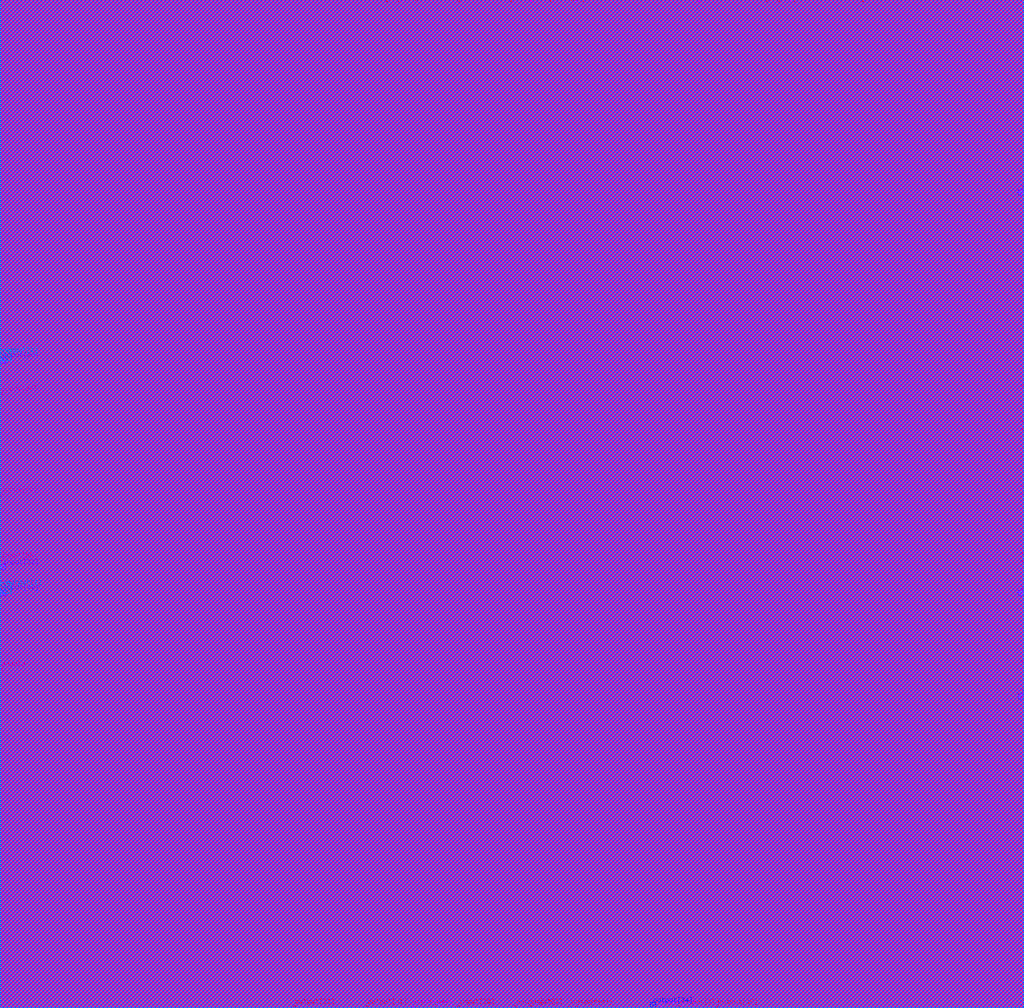
<source format=lef>
##
## LEF for PtnCells ;
## created by Innovus v17.12-s095_1 on Thu Apr 23 01:11:55 2020
##

VERSION 5.8 ;

BUSBITCHARS "[]" ;
DIVIDERCHAR "/" ;

MACRO Reg_width64
  CLASS BLOCK ;
  FOREIGN Reg_width64 0 0 ;
  ORIGIN 0.0000 0.0000 ;
  SIZE 75.2400 BY 74.1000 ;
  SYMMETRY X Y R90 ;
  PIN input[63]
    DIRECTION INPUT ;
    USE SIGNAL ;
    PORT
      LAYER metal3 ;
        RECT 0.0000 55.1600 0.0700 55.2300 ;
    END
  END input[63]
  PIN input[62]
    DIRECTION INPUT ;
    USE SIGNAL ;
    PORT
      LAYER metal3 ;
        RECT 0.0000 32.9300 0.0700 33.0000 ;
    END
  END input[62]
  PIN input[61]
    DIRECTION INPUT ;
    USE SIGNAL ;
    PORT
      LAYER metal6 ;
        RECT 29.4250 73.9600 29.5650 74.1000 ;
    END
  END input[61]
  PIN input[60]
    DIRECTION INPUT ;
    USE SIGNAL ;
    PORT
      LAYER metal2 ;
        RECT 31.7900 74.0300 31.8600 74.1000 ;
    END
  END input[60]
  PIN input[59]
    DIRECTION INPUT ;
    USE SIGNAL ;
    PORT
      LAYER metal5 ;
        RECT 0.0000 32.8000 0.1400 32.9400 ;
    END
  END input[59]
  PIN input[58]
    DIRECTION INPUT ;
    USE SIGNAL ;
    PORT
      LAYER metal2 ;
        RECT 47.7500 0.0000 47.8200 0.0700 ;
    END
  END input[58]
  PIN input[57]
    DIRECTION INPUT ;
    USE SIGNAL ;
    PORT
      LAYER metal2 ;
        RECT 65.6100 0.0000 65.6800 0.0700 ;
    END
  END input[57]
  PIN input[56]
    DIRECTION INPUT ;
    USE SIGNAL ;
    PORT
      LAYER metal5 ;
        RECT 75.1000 22.8250 75.2400 22.9650 ;
    END
  END input[56]
  PIN input[55]
    DIRECTION INPUT ;
    USE SIGNAL ;
    PORT
      LAYER metal4 ;
        RECT 58.2650 73.9600 58.4050 74.1000 ;
    END
  END input[55]
  PIN input[54]
    DIRECTION INPUT ;
    USE SIGNAL ;
    PORT
      LAYER metal5 ;
        RECT 0.0000 37.6450 0.1400 37.7850 ;
    END
  END input[54]
  PIN input[53]
    DIRECTION INPUT ;
    USE SIGNAL ;
    PORT
      LAYER metal4 ;
        RECT 30.2650 0.0000 30.4050 0.1400 ;
    END
  END input[53]
  PIN input[52]
    DIRECTION INPUT ;
    USE SIGNAL ;
    PORT
      LAYER metal6 ;
        RECT 48.4650 0.0000 48.6050 0.1400 ;
    END
  END input[52]
  PIN input[51]
    DIRECTION INPUT ;
    USE SIGNAL ;
    PORT
      LAYER metal3 ;
        RECT 75.1700 40.3400 75.2400 40.4100 ;
    END
  END input[51]
  PIN input[50]
    DIRECTION INPUT ;
    USE SIGNAL ;
    PORT
      LAYER metal3 ;
        RECT 75.1700 62.5700 75.2400 62.6400 ;
    END
  END input[50]
  PIN input[49]
    DIRECTION INPUT ;
    USE SIGNAL ;
    PORT
      LAYER metal4 ;
        RECT 51.2650 73.9600 51.4050 74.1000 ;
    END
  END input[49]
  PIN input[48]
    DIRECTION INPUT ;
    USE SIGNAL ;
    PORT
      LAYER metal2 ;
        RECT 21.5300 74.0300 21.6000 74.1000 ;
    END
  END input[48]
  PIN input[47]
    DIRECTION INPUT ;
    USE SIGNAL ;
    PORT
      LAYER metal2 ;
        RECT 15.8300 74.0300 15.9000 74.1000 ;
    END
  END input[47]
  PIN input[46]
    DIRECTION INPUT ;
    USE SIGNAL ;
    PORT
      LAYER metal2 ;
        RECT 48.8900 74.0300 48.9600 74.1000 ;
    END
  END input[46]
  PIN input[45]
    DIRECTION INPUT ;
    USE SIGNAL ;
    PORT
      LAYER metal5 ;
        RECT 75.1000 40.4950 75.2400 40.6350 ;
    END
  END input[45]
  PIN input[44]
    DIRECTION INPUT ;
    USE SIGNAL ;
    PORT
      LAYER metal4 ;
        RECT 33.6250 73.9600 33.7650 74.1000 ;
    END
  END input[44]
  PIN input[43]
    DIRECTION INPUT ;
    USE SIGNAL ;
    PORT
      LAYER metal2 ;
        RECT 20.0100 74.0300 20.0800 74.1000 ;
    END
  END input[43]
  PIN input[42]
    DIRECTION INPUT ;
    USE SIGNAL ;
    PORT
      LAYER metal7 ;
        RECT 0.0000 30.2950 0.4000 30.6950 ;
    END
  END input[42]
  PIN input[41]
    DIRECTION INPUT ;
    USE SIGNAL ;
    PORT
      LAYER metal2 ;
        RECT 44.3300 0.0000 44.4000 0.0700 ;
    END
  END input[41]
  PIN input[40]
    DIRECTION INPUT ;
    USE SIGNAL ;
    PORT
      LAYER metal2 ;
        RECT 33.6900 0.0000 33.7600 0.0700 ;
    END
  END input[40]
  PIN input[39]
    DIRECTION INPUT ;
    USE SIGNAL ;
    PORT
      LAYER metal5 ;
        RECT 75.1000 37.6450 75.2400 37.7850 ;
    END
  END input[39]
  PIN input[38]
    DIRECTION INPUT ;
    USE SIGNAL ;
    PORT
      LAYER metal2 ;
        RECT 34.4500 0.0000 34.5200 0.0700 ;
    END
  END input[38]
  PIN input[37]
    DIRECTION INPUT ;
    USE SIGNAL ;
    PORT
      LAYER metal4 ;
        RECT 42.3050 0.0000 42.4450 0.1400 ;
    END
  END input[37]
  PIN input[36]
    DIRECTION INPUT ;
    USE SIGNAL ;
    PORT
      LAYER metal2 ;
        RECT 57.6300 0.0000 57.7000 0.0700 ;
    END
  END input[36]
  PIN input[35]
    DIRECTION INPUT ;
    USE SIGNAL ;
    PORT
      LAYER metal5 ;
        RECT 75.1000 25.3900 75.2400 25.5300 ;
    END
  END input[35]
  PIN input[34]
    DIRECTION INPUT ;
    USE SIGNAL ;
    PORT
      LAYER metal3 ;
        RECT 75.1700 37.4900 75.2400 37.5600 ;
    END
  END input[34]
  PIN input[33]
    DIRECTION INPUT ;
    USE SIGNAL ;
    PORT
      LAYER metal3 ;
        RECT 75.1700 42.8100 75.2400 42.8800 ;
    END
  END input[33]
  PIN input[32]
    DIRECTION INPUT ;
    USE SIGNAL ;
    PORT
      LAYER metal7 ;
        RECT 0.0000 32.1950 0.4000 32.5950 ;
    END
  END input[32]
  PIN input[31]
    DIRECTION INPUT ;
    USE SIGNAL ;
    PORT
      LAYER metal4 ;
        RECT 42.8650 73.9600 43.0050 74.1000 ;
    END
  END input[31]
  PIN input[30]
    DIRECTION INPUT ;
    USE SIGNAL ;
    PORT
      LAYER metal3 ;
        RECT 75.1700 50.0300 75.2400 50.1000 ;
    END
  END input[30]
  PIN input[29]
    DIRECTION INPUT ;
    USE SIGNAL ;
    PORT
      LAYER metal7 ;
        RECT 74.8400 59.7450 75.2400 60.1450 ;
    END
  END input[29]
  PIN input[28]
    DIRECTION INPUT ;
    USE SIGNAL ;
    PORT
      LAYER metal2 ;
        RECT 53.8300 74.0300 53.9000 74.1000 ;
    END
  END input[28]
  PIN input[27]
    DIRECTION INPUT ;
    USE SIGNAL ;
    PORT
      LAYER metal2 ;
        RECT 21.1500 74.0300 21.2200 74.1000 ;
    END
  END input[27]
  PIN input[26]
    DIRECTION INPUT ;
    USE SIGNAL ;
    PORT
      LAYER metal7 ;
        RECT 0.0000 47.3950 0.4000 47.7950 ;
    END
  END input[26]
  PIN input[25]
    DIRECTION INPUT ;
    USE SIGNAL ;
    PORT
      LAYER metal5 ;
        RECT 75.1000 32.8000 75.2400 32.9400 ;
    END
  END input[25]
  PIN input[24]
    DIRECTION INPUT ;
    USE SIGNAL ;
    PORT
      LAYER metal5 ;
        RECT 0.0000 45.0550 0.1400 45.1950 ;
    END
  END input[24]
  PIN input[23]
    DIRECTION INPUT ;
    USE SIGNAL ;
    PORT
      LAYER metal6 ;
        RECT 38.9450 73.9600 39.0850 74.1000 ;
    END
  END input[23]
  PIN input[22]
    DIRECTION INPUT ;
    USE SIGNAL ;
    PORT
      LAYER metal3 ;
        RECT 0.0000 27.8000 0.0700 27.8700 ;
    END
  END input[22]
  PIN input[21]
    DIRECTION INPUT ;
    USE SIGNAL ;
    PORT
      LAYER metal2 ;
        RECT 24.5700 0.0000 24.6400 0.0700 ;
    END
  END input[21]
  PIN input[20]
    DIRECTION INPUT ;
    USE SIGNAL ;
    PORT
      LAYER metal4 ;
        RECT 33.6250 0.0000 33.7650 0.1400 ;
    END
  END input[20]
  PIN input[19]
    DIRECTION INPUT ;
    USE SIGNAL ;
    PORT
      LAYER metal2 ;
        RECT 51.9300 0.0000 52.0000 0.0700 ;
    END
  END input[19]
  PIN input[18]
    DIRECTION INPUT ;
    USE SIGNAL ;
    PORT
      LAYER metal3 ;
        RECT 75.1700 20.3900 75.2400 20.4600 ;
    END
  END input[18]
  PIN input[17]
    DIRECTION INPUT ;
    USE SIGNAL ;
    PORT
      LAYER metal7 ;
        RECT 74.8400 22.6950 75.2400 23.0950 ;
    END
  END input[17]
  PIN input[16]
    DIRECTION INPUT ;
    USE SIGNAL ;
    PORT
      LAYER metal3 ;
        RECT 0.0000 20.3900 0.0700 20.4600 ;
    END
  END input[16]
  PIN input[15]
    DIRECTION INPUT ;
    USE SIGNAL ;
    PORT
      LAYER metal2 ;
        RECT 30.6500 74.0300 30.7200 74.1000 ;
    END
  END input[15]
  PIN input[14]
    DIRECTION INPUT ;
    USE SIGNAL ;
    PORT
      LAYER metal3 ;
        RECT 75.1700 22.2900 75.2400 22.3600 ;
    END
  END input[14]
  PIN input[13]
    DIRECTION INPUT ;
    USE SIGNAL ;
    PORT
      LAYER metal3 ;
        RECT 75.1700 37.8700 75.2400 37.9400 ;
    END
  END input[13]
  PIN input[12]
    DIRECTION INPUT ;
    USE SIGNAL ;
    PORT
      LAYER metal3 ;
        RECT 75.1700 52.5000 75.2400 52.5700 ;
    END
  END input[12]
  PIN input[11]
    DIRECTION INPUT ;
    USE SIGNAL ;
    PORT
      LAYER metal4 ;
        RECT 40.3450 73.9600 40.4850 74.1000 ;
    END
  END input[11]
  PIN input[10]
    DIRECTION INPUT ;
    USE SIGNAL ;
    PORT
      LAYER metal3 ;
        RECT 75.1700 38.2500 75.2400 38.3200 ;
    END
  END input[10]
  PIN input[9]
    DIRECTION INPUT ;
    USE SIGNAL ;
    PORT
      LAYER metal3 ;
        RECT 75.1700 40.7200 75.2400 40.7900 ;
    END
  END input[9]
  PIN input[8]
    DIRECTION INPUT ;
    USE SIGNAL ;
    PORT
      LAYER metal5 ;
        RECT 75.1000 42.4900 75.2400 42.6300 ;
    END
  END input[8]
  PIN input[7]
    DIRECTION INPUT ;
    USE SIGNAL ;
    PORT
      LAYER metal2 ;
        RECT 56.4900 74.0300 56.5600 74.1000 ;
    END
  END input[7]
  PIN input[6]
    DIRECTION INPUT ;
    USE SIGNAL ;
    PORT
      LAYER metal6 ;
        RECT 42.3050 73.9600 42.4450 74.1000 ;
    END
  END input[6]
  PIN input[5]
    DIRECTION INPUT ;
    USE SIGNAL ;
    PORT
      LAYER metal4 ;
        RECT 41.7450 0.0000 41.8850 0.1400 ;
    END
  END input[5]
  PIN input[4]
    DIRECTION INPUT ;
    USE SIGNAL ;
    PORT
      LAYER metal2 ;
        RECT 46.2300 0.0000 46.3000 0.0700 ;
    END
  END input[4]
  PIN input[3]
    DIRECTION INPUT ;
    USE SIGNAL ;
    PORT
      LAYER metal4 ;
        RECT 38.9450 0.0000 39.0850 0.1400 ;
    END
  END input[3]
  PIN input[2]
    DIRECTION INPUT ;
    USE SIGNAL ;
    PORT
      LAYER metal4 ;
        RECT 29.1450 73.9600 29.2850 74.1000 ;
    END
  END input[2]
  PIN input[1]
    DIRECTION INPUT ;
    USE SIGNAL ;
    PORT
      LAYER metal9 ;
        RECT 0.0000 47.5750 0.8000 48.3750 ;
    END
  END input[1]
  PIN input[0]
    DIRECTION INPUT ;
    USE SIGNAL ;
    PORT
      LAYER metal3 ;
        RECT 0.0000 30.4600 0.0700 30.5300 ;
    END
  END input[0]
  PIN output[63]
    DIRECTION OUTPUT ;
    USE SIGNAL ;
    PORT
      LAYER metal3 ;
        RECT 0.0000 58.0100 0.0700 58.0800 ;
    END
  END output[63]
  PIN output[62]
    DIRECTION OUTPUT ;
    USE SIGNAL ;
    PORT
      LAYER metal3 ;
        RECT 0.0000 53.0700 0.0700 53.1400 ;
    END
  END output[62]
  PIN output[61]
    DIRECTION OUTPUT ;
    USE SIGNAL ;
    PORT
      LAYER metal3 ;
        RECT 0.0000 62.9500 0.0700 63.0200 ;
    END
  END output[61]
  PIN output[60]
    DIRECTION OUTPUT ;
    USE SIGNAL ;
    PORT
      LAYER metal2 ;
        RECT 13.9300 74.0300 14.0000 74.1000 ;
    END
  END output[60]
  PIN output[59]
    DIRECTION OUTPUT ;
    USE SIGNAL ;
    PORT
      LAYER metal3 ;
        RECT 75.1700 25.9000 75.2400 25.9700 ;
    END
  END output[59]
  PIN output[58]
    DIRECTION OUTPUT ;
    USE SIGNAL ;
    PORT
      LAYER metal2 ;
        RECT 56.1100 0.0000 56.1800 0.0700 ;
    END
  END output[58]
  PIN output[57]
    DIRECTION OUTPUT ;
    USE SIGNAL ;
    PORT
      LAYER metal3 ;
        RECT 75.1700 16.0200 75.2400 16.0900 ;
    END
  END output[57]
  PIN output[56]
    DIRECTION OUTPUT ;
    USE SIGNAL ;
    PORT
      LAYER metal2 ;
        RECT 69.4100 0.0000 69.4800 0.0700 ;
    END
  END output[56]
  PIN output[55]
    DIRECTION OUTPUT ;
    USE SIGNAL ;
    PORT
      LAYER metal3 ;
        RECT 75.1700 45.6600 75.2400 45.7300 ;
    END
  END output[55]
  PIN output[54]
    DIRECTION OUTPUT ;
    USE SIGNAL ;
    PORT
      LAYER metal5 ;
        RECT 75.1000 38.2150 75.2400 38.3550 ;
    END
  END output[54]
  PIN output[53]
    DIRECTION OUTPUT ;
    USE SIGNAL ;
    PORT
      LAYER metal3 ;
        RECT 0.0000 30.8400 0.0700 30.9100 ;
    END
  END output[53]
  PIN output[52]
    DIRECTION OUTPUT ;
    USE SIGNAL ;
    PORT
      LAYER metal3 ;
        RECT 75.1700 30.8400 75.2400 30.9100 ;
    END
  END output[52]
  PIN output[51]
    DIRECTION OUTPUT ;
    USE SIGNAL ;
    PORT
      LAYER metal5 ;
        RECT 75.1000 45.6250 75.2400 45.7650 ;
    END
  END output[51]
  PIN output[50]
    DIRECTION OUTPUT ;
    USE SIGNAL ;
    PORT
      LAYER metal2 ;
        RECT 57.2500 74.0300 57.3200 74.1000 ;
    END
  END output[50]
  PIN output[49]
    DIRECTION OUTPUT ;
    USE SIGNAL ;
    PORT
      LAYER metal2 ;
        RECT 53.4500 74.0300 53.5200 74.1000 ;
    END
  END output[49]
  PIN output[48]
    DIRECTION OUTPUT ;
    USE SIGNAL ;
    PORT
      LAYER metal2 ;
        RECT 38.0600 74.0300 38.1300 74.1000 ;
    END
  END output[48]
  PIN output[47]
    DIRECTION OUTPUT ;
    USE SIGNAL ;
    PORT
      LAYER metal2 ;
        RECT 25.7100 74.0300 25.7800 74.1000 ;
    END
  END output[47]
  PIN output[46]
    DIRECTION OUTPUT ;
    USE SIGNAL ;
    PORT
      LAYER metal6 ;
        RECT 51.2650 73.9600 51.4050 74.1000 ;
    END
  END output[46]
  PIN output[45]
    DIRECTION OUTPUT ;
    USE SIGNAL ;
    PORT
      LAYER metal2 ;
        RECT 28.3700 74.0300 28.4400 74.1000 ;
    END
  END output[45]
  PIN output[44]
    DIRECTION OUTPUT ;
    USE SIGNAL ;
    PORT
      LAYER metal2 ;
        RECT 23.2400 74.0300 23.3100 74.1000 ;
    END
  END output[44]
  PIN output[43]
    DIRECTION OUTPUT ;
    USE SIGNAL ;
    PORT
      LAYER metal3 ;
        RECT 0.0000 40.7200 0.0700 40.7900 ;
    END
  END output[43]
  PIN output[42]
    DIRECTION OUTPUT ;
    USE SIGNAL ;
    PORT
      LAYER metal5 ;
        RECT 0.0000 30.8050 0.1400 30.9450 ;
    END
  END output[42]
  PIN output[41]
    DIRECTION OUTPUT ;
    USE SIGNAL ;
    PORT
      LAYER metal4 ;
        RECT 26.9050 0.0000 27.0450 0.1400 ;
    END
  END output[41]
  PIN output[40]
    DIRECTION OUTPUT ;
    USE SIGNAL ;
    PORT
      LAYER metal3 ;
        RECT 0.0000 33.3100 0.0700 33.3800 ;
    END
  END output[40]
  PIN output[39]
    DIRECTION OUTPUT ;
    USE SIGNAL ;
    PORT
      LAYER metal2 ;
        RECT 68.6500 0.0000 68.7200 0.0700 ;
    END
  END output[39]
  PIN output[38]
    DIRECTION OUTPUT ;
    USE SIGNAL ;
    PORT
      LAYER metal2 ;
        RECT 64.6600 0.0000 64.7300 0.0700 ;
    END
  END output[38]
  PIN output[37]
    DIRECTION OUTPUT ;
    USE SIGNAL ;
    PORT
      LAYER metal2 ;
        RECT 52.6900 0.0000 52.7600 0.0700 ;
    END
  END output[37]
  PIN output[36]
    DIRECTION OUTPUT ;
    USE SIGNAL ;
    PORT
      LAYER metal3 ;
        RECT 75.1700 11.0800 75.2400 11.1500 ;
    END
  END output[36]
  PIN output[35]
    DIRECTION OUTPUT ;
    USE SIGNAL ;
    PORT
      LAYER metal5 ;
        RECT 75.1000 30.8050 75.2400 30.9450 ;
    END
  END output[35]
  PIN output[34]
    DIRECTION OUTPUT ;
    USE SIGNAL ;
    PORT
      LAYER metal8 ;
        RECT 47.7750 0.0000 48.1750 0.4000 ;
    END
  END output[34]
  PIN output[33]
    DIRECTION OUTPUT ;
    USE SIGNAL ;
    PORT
      LAYER metal3 ;
        RECT 75.1700 33.3100 75.2400 33.3800 ;
    END
  END output[33]
  PIN output[32]
    DIRECTION OUTPUT ;
    USE SIGNAL ;
    PORT
      LAYER metal3 ;
        RECT 0.0000 35.7800 0.0700 35.8500 ;
    END
  END output[32]
  PIN output[31]
    DIRECTION OUTPUT ;
    USE SIGNAL ;
    PORT
      LAYER metal4 ;
        RECT 57.1450 73.9600 57.2850 74.1000 ;
    END
  END output[31]
  PIN output[30]
    DIRECTION OUTPUT ;
    USE SIGNAL ;
    PORT
      LAYER metal4 ;
        RECT 63.3050 73.9600 63.4450 74.1000 ;
    END
  END output[30]
  PIN output[29]
    DIRECTION OUTPUT ;
    USE SIGNAL ;
    PORT
      LAYER metal4 ;
        RECT 56.3050 73.9600 56.4450 74.1000 ;
    END
  END output[29]
  PIN output[28]
    DIRECTION OUTPUT ;
    USE SIGNAL ;
    PORT
      LAYER metal3 ;
        RECT 75.1700 58.0100 75.2400 58.0800 ;
    END
  END output[28]
  PIN output[27]
    DIRECTION OUTPUT ;
    USE SIGNAL ;
    PORT
      LAYER metal3 ;
        RECT 0.0000 38.2500 0.0700 38.3200 ;
    END
  END output[27]
  PIN output[26]
    DIRECTION OUTPUT ;
    USE SIGNAL ;
    PORT
      LAYER metal4 ;
        RECT 30.5450 73.9600 30.6850 74.1000 ;
    END
  END output[26]
  PIN output[25]
    DIRECTION OUTPUT ;
    USE SIGNAL ;
    PORT
      LAYER metal4 ;
        RECT 37.5450 73.9600 37.6850 74.1000 ;
    END
  END output[25]
  PIN output[24]
    DIRECTION OUTPUT ;
    USE SIGNAL ;
    PORT
      LAYER metal4 ;
        RECT 28.3050 73.9600 28.4450 74.1000 ;
    END
  END output[24]
  PIN output[23]
    DIRECTION OUTPUT ;
    USE SIGNAL ;
    PORT
      LAYER metal2 ;
        RECT 36.7300 0.0000 36.8000 0.0700 ;
    END
  END output[23]
  PIN output[22]
    DIRECTION OUTPUT ;
    USE SIGNAL ;
    PORT
      LAYER metal6 ;
        RECT 30.2650 0.0000 30.4050 0.1400 ;
    END
  END output[22]
  PIN output[21]
    DIRECTION OUTPUT ;
    USE SIGNAL ;
    PORT
      LAYER metal4 ;
        RECT 21.5850 0.0000 21.7250 0.1400 ;
    END
  END output[21]
  PIN output[20]
    DIRECTION OUTPUT ;
    USE SIGNAL ;
    PORT
      LAYER metal2 ;
        RECT 29.8900 0.0000 29.9600 0.0700 ;
    END
  END output[20]
  PIN output[19]
    DIRECTION OUTPUT ;
    USE SIGNAL ;
    PORT
      LAYER metal4 ;
        RECT 52.6650 0.0000 52.8050 0.1400 ;
    END
  END output[19]
  PIN output[18]
    DIRECTION OUTPUT ;
    USE SIGNAL ;
    PORT
      LAYER metal2 ;
        RECT 46.9900 0.0000 47.0600 0.0700 ;
    END
  END output[18]
  PIN output[17]
    DIRECTION OUTPUT ;
    USE SIGNAL ;
    PORT
      LAYER metal4 ;
        RECT 49.8650 0.0000 50.0050 0.1400 ;
    END
  END output[17]
  PIN output[16]
    DIRECTION OUTPUT ;
    USE SIGNAL ;
    PORT
      LAYER metal4 ;
        RECT 37.8250 0.0000 37.9650 0.1400 ;
    END
  END output[16]
  PIN output[15]
    DIRECTION OUTPUT ;
    USE SIGNAL ;
    PORT
      LAYER metal7 ;
        RECT 74.8400 30.2950 75.2400 30.6950 ;
    END
  END output[15]
  PIN output[14]
    DIRECTION OUTPUT ;
    USE SIGNAL ;
    PORT
      LAYER metal3 ;
        RECT 75.1700 20.9600 75.2400 21.0300 ;
    END
  END output[14]
  PIN output[13]
    DIRECTION OUTPUT ;
    USE SIGNAL ;
    PORT
      LAYER metal3 ;
        RECT 75.1700 38.6300 75.2400 38.7000 ;
    END
  END output[13]
  PIN output[12]
    DIRECTION OUTPUT ;
    USE SIGNAL ;
    PORT
      LAYER metal5 ;
        RECT 75.1000 33.3700 75.2400 33.5100 ;
    END
  END output[12]
  PIN output[11]
    DIRECTION OUTPUT ;
    USE SIGNAL ;
    PORT
      LAYER metal3 ;
        RECT 75.1700 53.0700 75.2400 53.1400 ;
    END
  END output[11]
  PIN output[10]
    DIRECTION OUTPUT ;
    USE SIGNAL ;
    PORT
      LAYER metal3 ;
        RECT 75.1700 43.1900 75.2400 43.2600 ;
    END
  END output[10]
  PIN output[9]
    DIRECTION OUTPUT ;
    USE SIGNAL ;
    PORT
      LAYER metal3 ;
        RECT 75.1700 50.6000 75.2400 50.6700 ;
    END
  END output[9]
  PIN output[8]
    DIRECTION OUTPUT ;
    USE SIGNAL ;
    PORT
      LAYER metal5 ;
        RECT 75.1000 53.0350 75.2400 53.1750 ;
    END
  END output[8]
  PIN output[7]
    DIRECTION OUTPUT ;
    USE SIGNAL ;
    PORT
      LAYER metal6 ;
        RECT 57.9850 73.9600 58.1250 74.1000 ;
    END
  END output[7]
  PIN output[6]
    DIRECTION OUTPUT ;
    USE SIGNAL ;
    PORT
      LAYER metal2 ;
        RECT 33.8800 74.0300 33.9500 74.1000 ;
    END
  END output[6]
  PIN output[5]
    DIRECTION OUTPUT ;
    USE SIGNAL ;
    PORT
      LAYER metal4 ;
        RECT 42.0250 73.9600 42.1650 74.1000 ;
    END
  END output[5]
  PIN output[4]
    DIRECTION OUTPUT ;
    USE SIGNAL ;
    PORT
      LAYER metal5 ;
        RECT 75.1000 43.0600 75.2400 43.2000 ;
    END
  END output[4]
  PIN output[3]
    DIRECTION OUTPUT ;
    USE SIGNAL ;
    PORT
      LAYER metal2 ;
        RECT 31.0300 0.0000 31.1000 0.0700 ;
    END
  END output[3]
  PIN output[2]
    DIRECTION OUTPUT ;
    USE SIGNAL ;
    PORT
      LAYER metal3 ;
        RECT 0.0000 50.6000 0.0700 50.6700 ;
    END
  END output[2]
  PIN output[1]
    DIRECTION OUTPUT ;
    USE SIGNAL ;
    PORT
      LAYER metal9 ;
        RECT 0.0000 30.4750 0.8000 31.2750 ;
    END
  END output[1]
  PIN output[0]
    DIRECTION OUTPUT ;
    USE SIGNAL ;
    PORT
      LAYER metal3 ;
        RECT 0.0000 28.3700 0.0700 28.4400 ;
    END
  END output[0]
  PIN enable
    DIRECTION INPUT ;
    USE SIGNAL ;
    PORT
      LAYER metal5 ;
        RECT 0.0000 24.8200 0.1400 24.9600 ;
    END
  END enable
  PIN clk
    DIRECTION INPUT ;
    USE SIGNAL ;
    PORT
      LAYER metal2 ;
        RECT 39.3900 74.0300 39.4600 74.1000 ;
    END
  END clk
  PIN reset
    DIRECTION INPUT ;
    USE SIGNAL ;
    PORT
      LAYER metal3 ;
        RECT 0.0000 19.8200 0.0700 19.8900 ;
    END
  END reset
  OBS
    LAYER metal10 ;
      RECT 0.0000 0.0000 75.2400 74.1000 ;
    LAYER metal9 ;
      RECT 0.0000 0.0000 75.2400 74.1000 ;
    LAYER metal8 ;
      RECT 0.0000 0.0000 75.2400 74.1000 ;
    LAYER metal7 ;
      RECT 0.0000 0.0000 75.2400 74.1000 ;
    LAYER metal6 ;
      RECT 0.0000 0.0000 75.2400 74.1000 ;
    LAYER metal5 ;
      RECT 0.0000 0.0000 75.2400 74.1000 ;
    LAYER metal4 ;
      RECT 0.0000 0.0000 75.2400 74.1000 ;
    LAYER metal3 ;
      RECT 0.0000 0.0000 75.2400 74.1000 ;
    LAYER metal2 ;
      RECT 0.0000 0.0000 75.2400 74.1000 ;
    LAYER metal1 ;
      RECT 0.0000 0.0000 75.2400 74.1000 ;
  END
END Reg_width64

END LIBRARY

</source>
